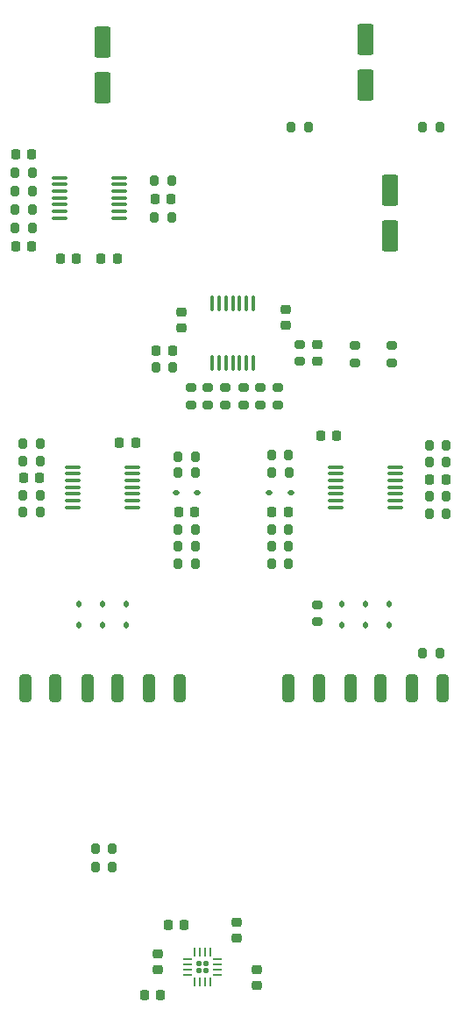
<source format=gbr>
%TF.GenerationSoftware,KiCad,Pcbnew,7.0.1*%
%TF.CreationDate,2024-09-15T16:09:11-04:00*%
%TF.ProjectId,output module,6f757470-7574-4206-9d6f-64756c652e6b,A*%
%TF.SameCoordinates,Original*%
%TF.FileFunction,Paste,Bot*%
%TF.FilePolarity,Positive*%
%FSLAX46Y46*%
G04 Gerber Fmt 4.6, Leading zero omitted, Abs format (unit mm)*
G04 Created by KiCad (PCBNEW 7.0.1) date 2024-09-15 16:09:11*
%MOMM*%
%LPD*%
G01*
G04 APERTURE LIST*
G04 Aperture macros list*
%AMRoundRect*
0 Rectangle with rounded corners*
0 $1 Rounding radius*
0 $2 $3 $4 $5 $6 $7 $8 $9 X,Y pos of 4 corners*
0 Add a 4 corners polygon primitive as box body*
4,1,4,$2,$3,$4,$5,$6,$7,$8,$9,$2,$3,0*
0 Add four circle primitives for the rounded corners*
1,1,$1+$1,$2,$3*
1,1,$1+$1,$4,$5*
1,1,$1+$1,$6,$7*
1,1,$1+$1,$8,$9*
0 Add four rect primitives between the rounded corners*
20,1,$1+$1,$2,$3,$4,$5,0*
20,1,$1+$1,$4,$5,$6,$7,0*
20,1,$1+$1,$6,$7,$8,$9,0*
20,1,$1+$1,$8,$9,$2,$3,0*%
G04 Aperture macros list end*
%ADD10RoundRect,0.125000X-0.125000X-0.125000X0.125000X-0.125000X0.125000X0.125000X-0.125000X0.125000X0*%
%ADD11RoundRect,0.062500X-0.350000X-0.062500X0.350000X-0.062500X0.350000X0.062500X-0.350000X0.062500X0*%
%ADD12RoundRect,0.062500X-0.062500X-0.350000X0.062500X-0.350000X0.062500X0.350000X-0.062500X0.350000X0*%
%ADD13RoundRect,0.225000X-0.250000X0.225000X-0.250000X-0.225000X0.250000X-0.225000X0.250000X0.225000X0*%
%ADD14RoundRect,0.200000X0.200000X0.275000X-0.200000X0.275000X-0.200000X-0.275000X0.200000X-0.275000X0*%
%ADD15RoundRect,0.200000X-0.200000X-0.275000X0.200000X-0.275000X0.200000X0.275000X-0.200000X0.275000X0*%
%ADD16RoundRect,0.200000X0.275000X-0.200000X0.275000X0.200000X-0.275000X0.200000X-0.275000X-0.200000X0*%
%ADD17RoundRect,0.112500X0.112500X-0.187500X0.112500X0.187500X-0.112500X0.187500X-0.112500X-0.187500X0*%
%ADD18RoundRect,0.100000X0.100000X-0.637500X0.100000X0.637500X-0.100000X0.637500X-0.100000X-0.637500X0*%
%ADD19RoundRect,0.250000X0.312500X1.075000X-0.312500X1.075000X-0.312500X-1.075000X0.312500X-1.075000X0*%
%ADD20RoundRect,0.200000X-0.275000X0.200000X-0.275000X-0.200000X0.275000X-0.200000X0.275000X0.200000X0*%
%ADD21RoundRect,0.225000X0.225000X0.250000X-0.225000X0.250000X-0.225000X-0.250000X0.225000X-0.250000X0*%
%ADD22RoundRect,0.250000X-0.550000X1.250000X-0.550000X-1.250000X0.550000X-1.250000X0.550000X1.250000X0*%
%ADD23RoundRect,0.225000X0.250000X-0.225000X0.250000X0.225000X-0.250000X0.225000X-0.250000X-0.225000X0*%
%ADD24RoundRect,0.225000X-0.225000X-0.250000X0.225000X-0.250000X0.225000X0.250000X-0.225000X0.250000X0*%
%ADD25RoundRect,0.100000X-0.637500X-0.100000X0.637500X-0.100000X0.637500X0.100000X-0.637500X0.100000X0*%
%ADD26RoundRect,0.250000X0.550000X-1.250000X0.550000X1.250000X-0.550000X1.250000X-0.550000X-1.250000X0*%
%ADD27RoundRect,0.100000X0.637500X0.100000X-0.637500X0.100000X-0.637500X-0.100000X0.637500X-0.100000X0*%
%ADD28RoundRect,0.112500X0.187500X0.112500X-0.187500X0.112500X-0.187500X-0.112500X0.187500X-0.112500X0*%
G04 APERTURE END LIST*
D10*
%TO.C,U2*%
X94036000Y-145867000D03*
X94036000Y-146487000D03*
X93416000Y-146487000D03*
X93416000Y-145867000D03*
D11*
X92288500Y-146927000D03*
X92288500Y-146427000D03*
X92288500Y-145927000D03*
X92288500Y-145427000D03*
D12*
X92976000Y-144739500D03*
X93476000Y-144739500D03*
X93976000Y-144739500D03*
X94476000Y-144739500D03*
D11*
X95163500Y-145427000D03*
X95163500Y-145927000D03*
X95163500Y-146427000D03*
X95163500Y-146927000D03*
D12*
X94476000Y-147614500D03*
X93976000Y-147614500D03*
X93476000Y-147614500D03*
X92976000Y-147614500D03*
%TD*%
D13*
%TO.C,C11*%
X98933000Y-146418000D03*
X98933000Y-147968000D03*
%TD*%
D14*
%TO.C,R27*%
X102044000Y-107188000D03*
X100394000Y-107188000D03*
%TD*%
D15*
%TO.C,R26*%
X100419400Y-98425000D03*
X102069400Y-98425000D03*
%TD*%
D16*
%TO.C,R16*%
X94234000Y-91896000D03*
X94234000Y-90246000D03*
%TD*%
%TO.C,R19*%
X100965000Y-91884000D03*
X100965000Y-90234000D03*
%TD*%
D14*
%TO.C,R39*%
X78041000Y-100584000D03*
X76391000Y-100584000D03*
%TD*%
D17*
%TO.C,D4*%
X107188000Y-113191000D03*
X107188000Y-111091000D03*
%TD*%
D15*
%TO.C,R46*%
X91377000Y-103886000D03*
X93027000Y-103886000D03*
%TD*%
D18*
%TO.C,U5*%
X98597000Y-87825500D03*
X97947000Y-87825500D03*
X97297000Y-87825500D03*
X96647000Y-87825500D03*
X95997000Y-87825500D03*
X95347000Y-87825500D03*
X94697000Y-87825500D03*
X94697000Y-82100500D03*
X95347000Y-82100500D03*
X95997000Y-82100500D03*
X96647000Y-82100500D03*
X97297000Y-82100500D03*
X97947000Y-82100500D03*
X98597000Y-82100500D03*
%TD*%
D19*
%TO.C,R33*%
X116905500Y-119253000D03*
X113980500Y-119253000D03*
%TD*%
D20*
%TO.C,R11*%
X108458000Y-86170000D03*
X108458000Y-87820000D03*
%TD*%
D21*
%TO.C,C2*%
X90691000Y-72009000D03*
X89141000Y-72009000D03*
%TD*%
D19*
%TO.C,R31*%
X104967500Y-119253000D03*
X102042500Y-119253000D03*
%TD*%
D22*
%TO.C,C23*%
X111810800Y-71129800D03*
X111810800Y-75529800D03*
%TD*%
D14*
%TO.C,R14*%
X116649000Y-115824000D03*
X114999000Y-115824000D03*
%TD*%
D17*
%TO.C,D9*%
X84074000Y-113191000D03*
X84074000Y-111091000D03*
%TD*%
D14*
%TO.C,R8*%
X85026000Y-136495000D03*
X83376000Y-136495000D03*
%TD*%
D16*
%TO.C,R22*%
X103124000Y-87693000D03*
X103124000Y-86043000D03*
%TD*%
D14*
%TO.C,R7*%
X85026000Y-134747000D03*
X83376000Y-134747000D03*
%TD*%
%TO.C,R35*%
X78041000Y-102235000D03*
X76391000Y-102235000D03*
%TD*%
%TO.C,R40*%
X78041000Y-95631000D03*
X76391000Y-95631000D03*
%TD*%
D23*
%TO.C,C14*%
X104775000Y-87643000D03*
X104775000Y-86093000D03*
%TD*%
D16*
%TO.C,R20*%
X99314000Y-91884000D03*
X99314000Y-90234000D03*
%TD*%
D23*
%TO.C,C10*%
X97028000Y-143396000D03*
X97028000Y-141846000D03*
%TD*%
D14*
%TO.C,R23*%
X102044000Y-105537000D03*
X100394000Y-105537000D03*
%TD*%
D21*
%TO.C,C13*%
X90818000Y-86614000D03*
X89268000Y-86614000D03*
%TD*%
D14*
%TO.C,R2*%
X90741000Y-70231000D03*
X89091000Y-70231000D03*
%TD*%
D24*
%TO.C,C24*%
X115684000Y-99060000D03*
X117234000Y-99060000D03*
%TD*%
D17*
%TO.C,D11*%
X86360000Y-113191000D03*
X86360000Y-111091000D03*
%TD*%
D19*
%TO.C,R43*%
X91505500Y-119253000D03*
X88580500Y-119253000D03*
%TD*%
D16*
%TO.C,R18*%
X97663000Y-91884000D03*
X97663000Y-90234000D03*
%TD*%
D15*
%TO.C,R28*%
X115634000Y-97409000D03*
X117284000Y-97409000D03*
%TD*%
D20*
%TO.C,R13*%
X104775000Y-111189000D03*
X104775000Y-112839000D03*
%TD*%
D16*
%TO.C,R17*%
X92583000Y-91884000D03*
X92583000Y-90234000D03*
%TD*%
D14*
%TO.C,R10*%
X116649000Y-65024000D03*
X114999000Y-65024000D03*
%TD*%
D25*
%TO.C,U1*%
X79941500Y-73832000D03*
X79941500Y-73182000D03*
X79941500Y-72532000D03*
X79941500Y-71882000D03*
X79941500Y-71232000D03*
X79941500Y-70582000D03*
X79941500Y-69932000D03*
X85666500Y-69932000D03*
X85666500Y-70582000D03*
X85666500Y-71232000D03*
X85666500Y-71882000D03*
X85666500Y-72532000D03*
X85666500Y-73182000D03*
X85666500Y-73832000D03*
%TD*%
D17*
%TO.C,D2*%
X109474000Y-113191000D03*
X109474000Y-111091000D03*
%TD*%
D14*
%TO.C,R41*%
X93027000Y-107188000D03*
X91377000Y-107188000D03*
%TD*%
D15*
%TO.C,R25*%
X115634000Y-100711000D03*
X117284000Y-100711000D03*
%TD*%
D26*
%TO.C,C21*%
X109474000Y-61001000D03*
X109474000Y-56601000D03*
%TD*%
D24*
%TO.C,C25*%
X105143000Y-94869000D03*
X106693000Y-94869000D03*
%TD*%
D14*
%TO.C,R38*%
X93027000Y-98425000D03*
X91377000Y-98425000D03*
%TD*%
D21*
%TO.C,C9*%
X90411000Y-142113000D03*
X91961000Y-142113000D03*
%TD*%
D17*
%TO.C,D3*%
X111760000Y-113191000D03*
X111760000Y-111091000D03*
%TD*%
D27*
%TO.C,U4*%
X112336500Y-97872000D03*
X112336500Y-98522000D03*
X112336500Y-99172000D03*
X112336500Y-99822000D03*
X112336500Y-100472000D03*
X112336500Y-101122000D03*
X112336500Y-101772000D03*
X106611500Y-101772000D03*
X106611500Y-101122000D03*
X106611500Y-100472000D03*
X106611500Y-99822000D03*
X106611500Y-99172000D03*
X106611500Y-98522000D03*
X106611500Y-97872000D03*
%TD*%
D15*
%TO.C,R30*%
X100394000Y-96748600D03*
X102044000Y-96748600D03*
%TD*%
D19*
%TO.C,R44*%
X85536500Y-119253000D03*
X82611500Y-119253000D03*
%TD*%
D26*
%TO.C,C22*%
X84074000Y-61255000D03*
X84074000Y-56855000D03*
%TD*%
D21*
%TO.C,C18*%
X85484000Y-77724000D03*
X83934000Y-77724000D03*
%TD*%
D20*
%TO.C,R12*%
X112014000Y-86170000D03*
X112014000Y-87820000D03*
%TD*%
D14*
%TO.C,R5*%
X90741000Y-73787000D03*
X89091000Y-73787000D03*
%TD*%
D28*
%TO.C,D8*%
X93252000Y-100330000D03*
X91152000Y-100330000D03*
%TD*%
D21*
%TO.C,C1*%
X77229000Y-76581000D03*
X75679000Y-76581000D03*
%TD*%
D15*
%TO.C,R37*%
X91377000Y-105537000D03*
X93027000Y-105537000D03*
%TD*%
D23*
%TO.C,C19*%
X91694000Y-84468000D03*
X91694000Y-82918000D03*
%TD*%
D27*
%TO.C,U3*%
X86936500Y-97872000D03*
X86936500Y-98522000D03*
X86936500Y-99172000D03*
X86936500Y-99822000D03*
X86936500Y-100472000D03*
X86936500Y-101122000D03*
X86936500Y-101772000D03*
X81211500Y-101772000D03*
X81211500Y-101122000D03*
X81211500Y-100472000D03*
X81211500Y-99822000D03*
X81211500Y-99172000D03*
X81211500Y-98522000D03*
X81211500Y-97872000D03*
%TD*%
D17*
%TO.C,D10*%
X81788000Y-113191000D03*
X81788000Y-111091000D03*
%TD*%
D14*
%TO.C,R42*%
X93027000Y-96901000D03*
X91377000Y-96901000D03*
%TD*%
D21*
%TO.C,C12*%
X89675000Y-148844000D03*
X88125000Y-148844000D03*
%TD*%
D14*
%TO.C,R3*%
X77279000Y-71247000D03*
X75629000Y-71247000D03*
%TD*%
D24*
%TO.C,C27*%
X76441000Y-98933000D03*
X77991000Y-98933000D03*
%TD*%
D28*
%TO.C,D1*%
X102269000Y-100330000D03*
X100169000Y-100330000D03*
%TD*%
D13*
%TO.C,C20*%
X101727000Y-82664000D03*
X101727000Y-84214000D03*
%TD*%
D21*
%TO.C,C17*%
X81547000Y-77724000D03*
X79997000Y-77724000D03*
%TD*%
D13*
%TO.C,C8*%
X89408000Y-144894000D03*
X89408000Y-146444000D03*
%TD*%
D19*
%TO.C,R45*%
X79506000Y-119253000D03*
X76581000Y-119253000D03*
%TD*%
D21*
%TO.C,C16*%
X92977000Y-102235000D03*
X91427000Y-102235000D03*
%TD*%
D15*
%TO.C,R9*%
X102299000Y-65024000D03*
X103949000Y-65024000D03*
%TD*%
D14*
%TO.C,R6*%
X77279000Y-69469000D03*
X75629000Y-69469000D03*
%TD*%
D15*
%TO.C,R24*%
X115634000Y-95758000D03*
X117284000Y-95758000D03*
%TD*%
%TO.C,R34*%
X100394000Y-103886000D03*
X102044000Y-103886000D03*
%TD*%
D14*
%TO.C,R1*%
X77279000Y-73025000D03*
X75629000Y-73025000D03*
%TD*%
%TO.C,R4*%
X77279000Y-74803000D03*
X75629000Y-74803000D03*
%TD*%
D21*
%TO.C,C15*%
X101994000Y-102235000D03*
X100444000Y-102235000D03*
%TD*%
D19*
%TO.C,R32*%
X110936500Y-119253000D03*
X108011500Y-119253000D03*
%TD*%
D24*
%TO.C,C26*%
X85712000Y-95504000D03*
X87262000Y-95504000D03*
%TD*%
D21*
%TO.C,C3*%
X77229000Y-67691000D03*
X75679000Y-67691000D03*
%TD*%
D14*
%TO.C,R36*%
X78041000Y-97282000D03*
X76391000Y-97282000D03*
%TD*%
D15*
%TO.C,R29*%
X115634000Y-102362000D03*
X117284000Y-102362000D03*
%TD*%
D16*
%TO.C,R15*%
X95885000Y-91896000D03*
X95885000Y-90246000D03*
%TD*%
D14*
%TO.C,R21*%
X90868000Y-88265000D03*
X89218000Y-88265000D03*
%TD*%
M02*

</source>
